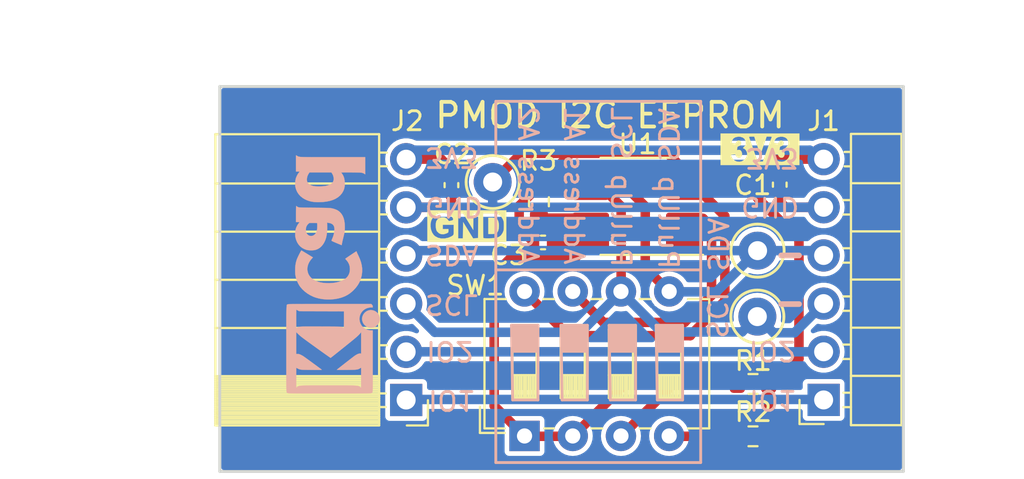
<source format=kicad_pcb>
(kicad_pcb (version 20221018) (generator pcbnew)
  (title_block (title "iCEBreaker PMOD - Hyperram") (rev "V1.0b") (company "1BitSquared") (comment 1 "2018 (C) 1BitSquared <info@1bitsquared.com>") (comment 2 "2018 (C) Piotr Esden-Tempski <piotr@esden.net>") (comment 3 "License: CC-BY-SA 4.0"))
  (layers (0 "F.Cu" signal) (31 "B.Cu" signal) (34 "B.Paste" user) (35 "F.Paste" user) (36 "B.SilkS" user "B.Silkscreen") (37 "F.SilkS" user "F.Silkscreen") (38 "B.Mask" user) (39 "F.Mask" user) (44 "Edge.Cuts" user))
  (net 0 "")
  (net 1 "GND")
  (net 2 "+3V3")
  (net 3 "Net-(R1-Pad2)")
  (net 4 "Net-(R2-Pad2)")
  (net 5 "Net-(R3-Pad1)")
  (net 6 "/SDA")
  (net 7 "/SCL")
  (net 8 "/IO2")
  (net 9 "/IO1")
  (net 10 "/A2")
  (net 11 "/A1")
  (footprint "Resistor_SMD:R_0603_1608Metric" (layer "F.Cu") (at 187.0909 81.13 180)
    (fp_text reference "R1" (at -0.0127 1.2144) (layer "F.SilkS"))
    (fp_text value "4.7K")
    (pad "1" smd roundrect (at -0.825 0 180) (size 0.8 0.95) (layers "F.Cu" "F.Paste" "F.Mask") (net 2 "+3V3"))
    (pad "2" smd roundrect (at 0.825 0 180) (size 0.8 0.95) (layers "F.Cu" "F.Paste" "F.Mask") (net 3 "Net-(R1-Pad2)"))
  )
  (footprint "Resistor_SMD:R_0603_1608Metric" (layer "F.Cu") (at 187.0909 83.8907 180)
    (fp_text reference "R2" (at -0.0127 1.2827) (layer "F.SilkS"))
    (fp_text value "4.7K")
    (pad "1" smd roundrect (at -0.825 0 180) (size 0.8 0.95) (layers "F.Cu" "F.Paste" "F.Mask") (net 2 "+3V3"))
    (pad "2" smd roundrect (at 0.825 0 180) (size 0.8 0.95) (layers "F.Cu" "F.Paste" "F.Mask") (net 4 "Net-(R2-Pad2)"))
  )
  (footprint "Package_SO:SOIC-8_3.9x4.9mm_P1.27mm" (layer "F.Cu") (at 181.0076 71.7622 180)
    (fp_text reference "U1" (at 0 3.2766 180) (layer "F.SilkS"))
    (fp_text value "M24M01-R")
    (pad "1" smd roundrect (at -2.475 -1.905 180) (size 1.95 0.6) (layers "F.Cu" "F.Paste" "F.Mask"))
    (pad "2" smd roundrect (at -2.475 -0.635 180) (size 1.95 0.6) (layers "F.Cu" "F.Paste" "F.Mask") (net 11 "/A1"))
    (pad "3" smd roundrect (at -2.475 0.635 180) (size 1.95 0.6) (layers "F.Cu" "F.Paste" "F.Mask") (net 10 "/A2"))
    (pad "4" smd roundrect (at -2.475 1.905 180) (size 1.95 0.6) (layers "F.Cu" "F.Paste" "F.Mask") (net 1 "GND"))
    (pad "5" smd roundrect (at 2.475 1.905 180) (size 1.95 0.6) (layers "F.Cu" "F.Paste" "F.Mask") (net 6 "/SDA"))
    (pad "6" smd roundrect (at 2.475 0.635 180) (size 1.95 0.6) (layers "F.Cu" "F.Paste" "F.Mask") (net 7 "/SCL"))
    (pad "7" smd roundrect (at 2.475 -0.635 180) (size 1.95 0.6) (layers "F.Cu" "F.Paste" "F.Mask") (net 5 "Net-(R3-Pad1)"))
    (pad "8" smd roundrect (at 2.475 -1.905 180) (size 1.95 0.6) (layers "F.Cu" "F.Paste" "F.Mask") (net 2 "+3V3"))
  )
  (footprint "Capacitor_SMD:C_0402_1005Metric" (layer "F.Cu") (at 176.0292 73.6672)
    (fp_text reference "C3" (at -1.8161 0.6731) (layer "F.SilkS"))
    (fp_text value "0.1uF")
    (pad "1" smd roundrect (at -0.48 0) (size 0.56 0.62) (layers "F.Cu" "F.Paste" "F.Mask") (net 1 "GND"))
    (pad "2" smd roundrect (at 0.48 0) (size 0.56 0.62) (layers "F.Cu" "F.Paste" "F.Mask") (net 2 "+3V3"))
  )
  (footprint "Button_Switch_THT:SW_DIP_SPSTx04_Slide_6.7x11.72mm_W7.62mm_P2.54mm_LowProfile" (layer "F.Cu") (at 175.05384 83.87292 90)
    (fp_text reference "SW1" (at 7.93496 -2.5908) (layer "F.SilkS"))
    (fp_text value "SW_DIP_x04")
    (pad "1" thru_hole rect locked (at 0 0 90) (size 1.6 1.6) (drill 0.8) (layers "*.Cu" "*.Mask") (net 2 "+3V3"))
    (pad "2" thru_hole oval locked (at 0 2.54 90) (size 1.6 1.6) (drill 0.8) (layers "*.Cu" "*.Mask") (net 2 "+3V3"))
    (pad "3" thru_hole oval locked (at 0 5.08 90) (size 1.6 1.6) (drill 0.8) (layers "*.Cu" "*.Mask") (net 3 "Net-(R1-Pad2)"))
    (pad "4" thru_hole oval locked (at 0 7.62 90) (size 1.6 1.6) (drill 0.8) (layers "*.Cu" "*.Mask") (net 4 "Net-(R2-Pad2)"))
    (pad "5" thru_hole oval locked (at 7.62 7.62 90) (size 1.6 1.6) (drill 0.8) (layers "*.Cu" "*.Mask") (net 6 "/SDA"))
    (pad "6" thru_hole oval locked (at 7.62 5.08 90) (size 1.6 1.6) (drill 0.8) (layers "*.Cu" "*.Mask") (net 7 "/SCL"))
    (pad "7" thru_hole oval locked (at 7.62 2.54 90) (size 1.6 1.6) (drill 0.8) (layers "*.Cu" "*.Mask") (net 11 "/A1"))
    (pad "8" thru_hole oval locked (at 7.62 0 90) (size 1.6 1.6) (drill 0.8) (layers "*.Cu" "*.Mask") (net 10 "/A2"))
  )
  (footprint "Resistor_SMD:R_0603_1608Metric" (layer "F.Cu") (at 175.8133 71.5209 90)
    (fp_text reference "R3" (at 2.159 -0.0254 180) (layer "F.SilkS"))
    (fp_text value "10K")
    (pad "1" smd roundrect (at -0.825 0 90) (size 0.8 0.95) (layers "F.Cu" "F.Paste" "F.Mask") (net 5 "Net-(R3-Pad1)"))
    (pad "2" smd roundrect (at 0.825 0 90) (size 0.8 0.95) (layers "F.Cu" "F.Paste" "F.Mask") (net 1 "GND"))
  )
  (footprint "FM4DD:JLCPCB_Order_Number_Placeholder" (layer "F.Cu") (at 165.6152 66.5044)
    (fp_text reference "Ref**" hide)
    (fp_text value "JLCPCB_Order_Number_Placeholder")
  )
  (footprint "Capacitor_SMD:C_0402_1005Metric" (layer "F.Cu") (at 171.2032 70.6446 -90)
    (fp_text reference "C2" (at -1.6256 -0.0508 180) (layer "F.SilkS"))
    (fp_text value "0.1uF")
    (pad "1" smd roundrect (at -0.48 0 270) (size 0.56 0.62) (layers "F.Cu" "F.Paste" "F.Mask") (net 2 "+3V3"))
    (pad "2" smd roundrect (at 0.48 0 270) (size 0.56 0.62) (layers "F.Cu" "F.Paste" "F.Mask") (net 1 "GND"))
  )
  (footprint "FM4DD:PMODPinSocket_1x06_P2.54mm_Horizontal" (layer "F.Cu") (at 168.8791 69.1841)
    (fp_text reference "J2" (at 0 -1.9177) (layer "F.SilkS"))
    (fp_text value "PMOD_01x06")
    (pad "1" thru_hole rect (at -0.0626 12.7928) (size 1.7 1.7) (drill 1) (layers "*.Cu" "*.Mask") (net 9 "/IO1"))
    (pad "2" thru_hole oval (at -0.0626 10.2528) (size 1.7 1.7) (drill 1) (layers "*.Cu" "*.Mask") (net 8 "/IO2"))
    (pad "3" thru_hole oval (at -0.0626 7.7128) (size 1.7 1.7) (drill 1) (layers "*.Cu" "*.Mask") (net 7 "/SCL"))
    (pad "4" thru_hole oval (at -0.0626 5.1728) (size 1.7 1.7) (drill 1) (layers "*.Cu" "*.Mask") (net 6 "/SDA"))
    (pad "5" thru_hole oval (at -0.0626 2.6328) (size 1.7 1.7) (drill 1) (layers "*.Cu" "*.Mask") (net 1 "GND"))
    (pad "6" thru_hole oval (at -0.0626 0.0928) (size 1.7 1.7) (drill 1) (layers "*.Cu" "*.Mask") (net 2 "+3V3"))
  )
  (footprint "TestPoint:TestPoint_Keystone_5000-5004_Miniature" (layer "F.Cu") (at 173.3749 70.4795)
    (fp_text reference "TP1" hide)
    (fp_text value "TestPoint")
    (pad "1" thru_hole circle (at 0 0) (size 2 2) (drill 1) (layers "*.Cu" "*.Mask") (net 1 "GND"))
  )
  (footprint "TestPoint:TestPoint_Keystone_5000-5004_Miniature" (layer "F.Cu") (at 187.3322 74.099)
    (fp_text reference "TP3" hide)
    (fp_text value "TestPoint")
    (pad "1" thru_hole circle (at 0 0) (size 2 2) (drill 1) (layers "*.Cu" "*.Mask") (net 6 "/SDA"))
  )
  (footprint "FM4DD:3V3_Label" (layer "F.Cu") (at 187.4592 68.7523)
    (fp_text reference "L2" hide)
    (fp_text value "3V3_Label" hide)
  )
  (footprint "FM4DD:GND_Label" (layer "F.Cu") (at 172.016 72.8036)
    (fp_text reference "L3" hide)
    (fp_text value "GND_Label" hide)
  )
  (footprint "FM4DD:PMOD_Header_1x06_P2.54mm_Horizontal" (layer "F.Cu") (at 190.812 69.273)
    (fp_text reference "J1" (at 0 -2.0066) (layer "F.SilkS"))
    (fp_text value "PMOD_01x06")
    (pad "1" thru_hole rect (at 0 12.7) (size 1.7 1.7) (drill 1) (layers "*.Cu" "*.Mask") (net 9 "/IO1"))
    (pad "2" thru_hole oval (at 0 10.16) (size 1.7 1.7) (drill 1) (layers "*.Cu" "*.Mask") (net 8 "/IO2"))
    (pad "3" thru_hole oval (at 0 7.62) (size 1.7 1.7) (drill 1) (layers "*.Cu" "*.Mask") (net 7 "/SCL"))
    (pad "4" thru_hole oval (at 0 5.08) (size 1.7 1.7) (drill 1) (layers "*.Cu" "*.Mask") (net 6 "/SDA"))
    (pad "5" thru_hole oval (at 0 2.54) (size 1.7 1.7) (drill 1) (layers "*.Cu" "*.Mask") (net 1 "GND"))
    (pad "6" thru_hole oval (at 0 0) (size 1.7 1.7) (drill 1) (layers "*.Cu" "*.Mask") (net 2 "+3V3"))
  )
  (footprint "Capacitor_SMD:C_0402_1005Metric" (layer "F.Cu") (at 188.5006 70.6192 -90)
    (fp_text reference "C1" (at 0.0254 1.4224 180) (layer "F.SilkS"))
    (fp_text value "0.1uF")
    (pad "1" smd roundrect (at -0.48 0 270) (size 0.56 0.62) (layers "F.Cu" "F.Paste" "F.Mask") (net 2 "+3V3"))
    (pad "2" smd roundrect (at 0.48 0 270) (size 0.56 0.62) (layers "F.Cu" "F.Paste" "F.Mask") (net 1 "GND"))
  )
  (footprint "TestPoint:TestPoint_Keystone_5000-5004_Miniature" (layer "F.Cu") (at 187.3195 77.5788)
    (fp_text reference "TP2" hide)
    (fp_text value "TestPoint")
    (pad "1" thru_hole circle (at 0 0) (size 2 2) (drill 1) (layers "*.Cu" "*.Mask") (net 7 "/SCL"))
  )
  (footprint "FM4DD:KiCad-Logo2_5mm_SilkScreen" (layer "B.Cu") (at 164.4468 75.3563 90)
    (fp_text reference "L1" hide)
    (fp_text value "Logo_KiCad_5mm" hide)
  )
  (gr_line (start 184.335 66.225) (end 173.54 66.225) (stroke (width 0.15)) (layer "B.SilkS"))
  (gr_line (start 173.54 85.275) (end 184.335 85.275) (stroke (width 0.15)) (layer "B.SilkS"))
  (gr_poly (pts (xy 183.3825 79.433) (xy 181.9855 79.433) (xy 181.9855 78.036) (xy 183.3825 78.036)) (stroke (width 0.1)) (fill solid) (layer "B.SilkS"))
  (gr_line (start 175.7625 81.973) (end 174.429 81.973) (stroke (width 0.15)) (layer "B.SilkS"))
  (gr_line (start 174.3655 78.036) (end 175.7625 78.036) (stroke (width 0.15)) (layer "B.SilkS"))
  (gr_line (start 181.9855 78.036) (end 183.3825 78.036) (stroke (width 0.15)) (layer "B.SilkS"))
  (gr_line (start 183.3825 78.036) (end 183.3825 81.973) (stroke (width 0.15)) (layer "B.SilkS"))
  (gr_line (start 181.9855 78.036) (end 182.049 81.973) (stroke (width 0.15)) (layer "B.SilkS"))
  (gr_line (start 183.3825 81.973) (end 182.049 81.973) (stroke (width 0.15)) (layer "B.SilkS"))
  (gr_line (start 188.5768 76.9184) (end 189.5166 76.9184) (stroke (width 0.3)) (layer "B.SilkS"))
  (gr_line (start 178.366 78.036) (end 178.366 81.973) (stroke (width 0.15)) (layer "B.SilkS"))
  (gr_line (start 176.969 78.036) (end 178.366 78.036) (stroke (width 0.15)) (layer "B.SilkS"))
  (gr_line (start 174.3655 78.036) (end 174.429 81.973) (stroke (width 0.15)) (layer "B.SilkS"))
  (gr_line (start 173.54 85.275) (end 173.54 72.0543) (stroke (width 0.15)) (layer "B.SilkS"))
  (gr_poly (pts (xy 178.366 79.433) (xy 176.969 79.433) (xy 176.969 78.036) (xy 178.366 78.036)) (stroke (width 0.1)) (fill solid) (layer "B.SilkS"))
  (gr_line (start 178.366 81.973) (end 177.0325 81.973) (stroke (width 0.15)) (layer "B.SilkS"))
  (gr_line (start 180.906 78.036) (end 180.906 81.973) (stroke (width 0.15)) (layer "B.SilkS"))
  (gr_line (start 173.54 75.115) (end 184.335 75.115) (stroke (width 0.15)) (layer "B.SilkS"))
  (gr_line (start 184.335 85.275) (end 184.335 66.225) (stroke (width 0.15)) (layer "B.SilkS"))
  (gr_line (start 188.5768 74.353) (end 189.5166 74.353) (stroke (width 0.3)) (layer "B.SilkS"))
  (gr_line (start 173.54 66.225) (end 173.54 68.9682) (stroke (width 0.15)) (layer "B.SilkS"))
  (gr_line (start 180.906 81.973) (end 179.5725 81.973) (stroke (width 0.15)) (layer "B.SilkS"))
  (gr_line (start 179.509 78.036) (end 179.5725 81.973) (stroke (width 0.15)) (layer "B.SilkS"))
  (gr_line (start 179.509 78.036) (end 180.906 78.036) (stroke (width 0.15)) (layer "B.SilkS"))
  (gr_line (start 176.969 78.036) (end 177.0325 81.973) (stroke (width 0.15)) (layer "B.SilkS"))
  (gr_poly (pts (xy 180.906 79.433) (xy 179.509 79.433) (xy 179.509 78.036) (xy 180.906 78.036)) (stroke (width 0.1)) (fill solid) (layer "B.SilkS"))
  (gr_poly (pts (xy 175.7625 79.433) (xy 174.3655 79.433) (xy 174.3655 78.036) (xy 175.7625 78.036)) (stroke (width 0.1)) (fill solid) (layer "B.SilkS"))
  (gr_line (start 175.7625 78.036) (end 175.7625 81.973) (stroke (width 0.15)) (layer "B.SilkS"))
  (gr_line (start 158.9978 65.4438) (end 195.0133 65.4438) (stroke (width 0.15)) (layer "Edge.Cuts"))
  (gr_line (start 195.0133 85.7438) (end 158.9978 85.7438) (stroke (width 0.15)) (layer "Edge.Cuts"))
  (gr_line (start 158.9978 85.7438) (end 158.9978 65.4438) (stroke (width 0.15)) (layer "Edge.Cuts"))
  (gr_line (start 195.0133 65.4438) (end 195.0133 85.7438) (stroke (width 0.15)) (layer "Edge.Cuts"))
  (gr_text "3V3" (at 188.1069 69.2095 180) (layer "B.SilkS") (effects (font (size 1 1)) (justify mirror)))
  (gr_text "IO1" (at 188.145 81.973 180) (layer "B.SilkS") (effects (font (size 1 1)) (justify mirror)))
  (gr_text "SCL" (at 171.2032 76.9311 180) (layer "B.SilkS") (effects (font (size 1 1)) (justify mirror)))
  (gr_text "IO2" (at 171.127 79.3949 180) (layer "B.SilkS") (effects (font (size 1 1)) (justify mirror)))
  (gr_text "IO1" (at 171.2286 81.9857 180) (layer "B.SilkS") (effects (font (size 1 1)) (justify mirror)))
  (gr_text "3V3" (at 171.2286 69.1714 180) (layer "B.SilkS") (effects (font (size 1 1)) (justify mirror)))
  (gr_text "PullUp SDA" (at 182.6205 70.8224 -90) (layer "B.SilkS") (effects (font (size 1 1)) (justify mirror)))
  (gr_text "PullUp SCL" (at 180.1313 70.7462 -90) (layer "B.SilkS") (effects (font (size 1 1)) (justify mirror)))
  (gr_text "Address A2" (at 175.2418 70.6573 -90) (layer "B.SilkS") (effects (font (size 1 1)) (justify mirror)))
  (gr_text "SCL" (at 185.1859 77.3375 -90) (layer "B.SilkS") (effects (font (size 1 1)) (justify mirror)))
  (gr_text "SDA" (at 171.2159 74.3149 180) (layer "B.SilkS") (effects (font (size 1 1)) (justify mirror)))
  (gr_text "GND" (at 171.3302 71.7876 180) (layer "B.SilkS") (effects (font (size 1 1)) (justify mirror)))
  (gr_text "SDA" (at 185.224 73.7815 -90) (layer "B.SilkS") (effects (font (size 1 1)) (justify mirror)))
  (gr_text "Address A1" (at 177.6548 70.6573 -90) (layer "B.SilkS") (effects (font (size 1 1)) (justify mirror)))
  (gr_text "GND" (at 187.9926 71.7876 180) (layer "B.SilkS") (effects (font (size 1 1)) (justify mirror)))
  (gr_text "IO2" (at 188.1196 79.3822 180) (layer "B.SilkS") (effects (font (size 1 1)) (justify mirror)))
  (gr_text "PMOD I2C EEPROM" (at 179.5598 66.9616) (layer "F.SilkS") (effects (font (size 1.3 1.3) (thickness 0.2))))
  (segment (start 174.7719 72.8899) (end 175.5492 73.6672) (width 0.5) (layer "F.Cu") (net 1))
  (segment (start 174.8862 68.9682) (end 173.3749 70.4795) (width 0.5) (layer "F.Cu") (net 1))
  (segment (start 171.2032 71.1246) (end 171.2032 71.7876) (width 0.5) (layer "F.Cu") (net 1))
  (segment (start 190.812 71.813) (end 188.8054 71.813) (width 0.5) (layer "F.Cu") (net 1))
  (segment (start 182.5936 68.9682) (end 177.4902 68.9682) (width 0.5) (layer "F.Cu") (net 1))
  (segment (start 188.8054 71.813) (end 188.5006 71.5082) (width 0.5) (layer "F.Cu") (net 1))
  (segment (start 175.7884 70.7208) (end 175.8133 70.6959) (width 0.5) (layer "F.Cu") (net 1))
  (segment (start 175.8133 70.6959) (end 174.7719 71.7373) (width 0.5) (layer "F.Cu") (net 1))
  (segment (start 190.558 71.813) (end 189.9614 71.813) (width 0.5) (layer "F.Cu") (net 1))
  (segment (start 177.4902 68.9682) (end 175.7244 70.734) (width 0.5) (layer "F.Cu") (net 1))
  (segment (start 168.8156 71.813) (end 171.1778 71.813) (width 0.5) (layer "F.Cu") (net 1))
  (segment (start 171.1778 71.813) (end 171.2032 71.7876) (width 0.42) (layer "F.Cu") (net 1))
  (segment (start 177.4902 68.9682) (end 174.8862 68.9682) (width 0.5) (layer "F.Cu") (net 1))
  (segment (start 174.7719 71.7373) (end 174.7719 72.8899) (width 0.5) (layer "F.Cu") (net 1))
  (segment (start 183.4826 69.8572) (end 182.5936 68.9682) (width 0.5) (layer "F.Cu") (net 1))
  (segment (start 188.5006 71.5082) (end 188.5006 71.0992) (width 0.5) (layer "F.Cu") (net 1))
  (segment (start 173.3749 70.4795) (end 173.3749 71.7622) (width 0.5) (layer "B.Cu") (net 1))
  (segment (start 173.3749 71.7622) (end 173.4257 71.813) (width 0.5) (layer "B.Cu") (net 1))
  (segment (start 190.812 71.813) (end 173.2479 71.813) (width 0.5) (layer "B.Cu") (net 1))
  (segment (start 173.2479 71.813) (end 173.4257 71.813) (width 0.5) (layer "B.Cu") (net 1))
  (segment (start 168.8156 71.813) (end 173.2479 71.813) (width 0.5) (layer "B.Cu") (net 1))
  (segment (start 174.2512 74.5562) (end 177.5928 74.5562) (width 0.5) (layer "F.Cu") (net 2))
  (segment (start 173.45364 82.28034) (end 173.45364 75.35376) (width 0.5) (layer "F.Cu") (net 2))
  (segment (start 175.064 83.8907) (end 177.604 83.8907) (width 0.5) (layer "F.Cu") (net 2))
  (segment (start 188.018 69.273) (end 188.7292 69.273) (width 0.5) (layer "F.Cu") (net 2))
  (segment (start 177.5928 74.5562) (end 177.6182 74.5816) (width 0.5) (layer "F.Cu") (net 2))
  (segment (start 181.28971 80.20499) (end 186.99089 80.20499) (width 0.5) (layer "F.Cu") (net 2))
  (segment (start 188.7292 69.273) (end 190.812 69.273) (width 0.5) (layer "F.Cu") (net 2))
  (segment (start 188.5006 70.1392) (end 188.5006 69.5016) (width 0.5) (layer "F.Cu") (net 2))
  (segment (start 189.511999 73.509562) (end 187.3322 71.329763) (width 0.5) (layer "F.Cu") (net 2))
  (segment (start 173.45364 82.28034) (end 175.064 83.8907) (width 0.5) (layer "F.Cu") (net 2))
  (segment (start 176.5092 73.6672) (end 178.5326 73.6672) (width 0.5) (layer "F.Cu") (net 2))
  (segment (start 187.9159 81.13) (end 187.9159 83.8907) (width 0.5) (layer "F.Cu") (net 2))
  (segment (start 174.2512 74.5562) (end 173.45364 75.35376) (width 0.5) (layer "F.Cu") (net 2))
  (segment (start 187.9159 81.0332) (end 187.8905 81.0078) (width 0.5) (layer "F.Cu") (net 2))
  (segment (start 187.3322 69.9588) (end 188.018 69.273) (width 0.5) (layer "F.Cu") (net 2))
  (segment (start 188.5006 69.5016) (end 188.7292 69.273) (width 0.5) (layer "F.Cu") (net 2))
  (segment (start 177.604 83.8907) (end 181.28971 80.20499) (width 0.5) (layer "F.Cu") (net 2))
  (segment (start 187.3322 71.2796) (end 187.3322 69.9588) (width 0.5) (layer "F.Cu") (net 2))
  (segment (start 178.5326 73.6672) (end 177.6182 74.5816) (width 0.5) (layer "F.Cu") (net 2))
  (segment (start 171.2032 70.1646) (end 171.2032 69.8064) (width 0.5) (layer "F.Cu") (net 2))
  (segment (start 171.2032 69.8064) (end 170.6698 69.273) (width 0.5) (layer "F.Cu") (net 2))
  (segment (start 187.3322 71.329763) (end 187.3322 71.2796) (width 0.5) (layer "F.Cu") (net 2))
  (segment (start 188.1699 81.13) (end 189.076701 80.223199) (width 0.5) (layer "F.Cu") (net 2))
  (segment (start 170.6698 69.273) (end 168.8156 69.273) (width 0.5) (layer "F.Cu") (net 2))
  (segment (start 189.094701 80.223199) (end 189.511999 79.805901) (width 0.5) (layer "F.Cu") (net 2))
  (segment (start 186.99089 80.20499) (end 187.9159 81.13) (width 0.5) (layer "F.Cu") (net 2))
  (segment (start 189.511999 79.805901) (end 189.511999 73.509562) (width 0.5) (layer "F.Cu") (net 2))
  (segment (start 168.8156 69.273) (end 169.2855 68.8031) (width 0.5) (layer "B.Cu") (net 2))
  (segment (start 190.558 69.273) (end 190.0881 68.8031) (width 0.5) (layer "B.Cu") (net 2))
  (segment (start 168.8156 69.273) (end 168.817801 69.270799) (width 0.5) (layer "B.Cu") (net 2))
  (segment (start 190.812 69.273) (end 190.558 69.273) (width 0.5) (layer "B.Cu") (net 2))
  (segment (start 190.555799 69.270799) (end 190.558 69.273) (width 0.5) (layer "B.Cu") (net 2))
  (segment (start 169.2855 68.8031) (end 190.0881 68.8031) (width 0.5) (layer "B.Cu") (net 2))
  (segment (start 182.9126 81.1221) (end 186.258 81.1221) (width 0.5) (layer "F.Cu") (net 3))
  (segment (start 186.258 81.1221) (end 186.2659 81.13) (width 0.5) (layer "F.Cu") (net 3))
  (segment (start 180.144 83.8907) (end 182.9126 81.1221) (width 0.5) (layer "F.Cu") (net 3))
  (segment (start 182.684 83.8907) (end 186.2659 83.8907) (width 0.5) (layer "F.Cu") (net 4))
  (segment (start 178.5326 72.3972) (end 177.5576 72.3972) (width 0.5) (layer "F.Cu") (net 5))
  (segment (start 175.7244 72.384) (end 178.5194 72.384) (width 0.5) (layer "F.Cu") (net 5))
  (segment (start 178.5194 72.384) (end 178.5326 72.3972) (width 0.5) (layer "F.Cu") (net 5))
  (segment (start 181.414 75.0007) (end 182.684 76.2707) (width 0.5) (layer "F.Cu") (net 6))
  (segment (start 181.414 71.7636) (end 181.414 75.0007) (width 0.5) (layer "F.Cu") (net 6))
  (segment (start 178.5326 69.8572) (end 179.5076 69.8572) (width 0.5) (layer "F.Cu") (net 6))
  (segment (start 179.5076 69.8572) (end 181.414 71.7636) (width 0.5) (layer "F.Cu") (net 6))
  (segment (start 190.304 74.099) (end 190.558 74.353) (width 0.5) (layer "B.Cu") (net 6))
  (segment (start 190.5453 74.3403) (end 190.558 74.353) (width 0.5) (layer "B.Cu") (net 6))
  (segment (start 190.5326 74.3276) (end 190.558 74.353) (width 0.5) (layer "B.Cu") (net 6))
  (segment (start 187.3322 74.099) (end 190.558 74.099) (width 0.5) (layer "B.Cu") (net 6))
  (segment (start 182.684 76.2707) (end 185.1605 76.2707) (width 0.5) (layer "B.Cu") (net 6))
  (segment (start 182.684 76.2707) (end 182.7602 76.2707) (width 0.5) (layer "B.Cu") (net 6))
  (segment (start 190.558 74.099) (end 190.812 74.353) (width 0.5) (layer "B.Cu") (net 6))
  (segment (start 185.1605 76.2707) (end 187.3322 74.099) (width 0.5) (layer "B.Cu") (net 6))
  (segment (start 187.3322 74.099) (end 169.0744 74.099) (width 0.5) (layer "B.Cu") (net 6))
  (segment (start 169.0744 74.099) (end 168.8165 74.3569) (width 0.5) (layer "B.Cu") (net 6))
  (segment (start 180.144 76.2707) (end 180.144 71.7636) (width 0.5) (layer "F.Cu") (net 7))
  (segment (start 179.5076 71.1272) (end 178.5326 71.1272) (width 0.5) (layer "F.Cu") (net 7))
  (segment (start 180.144 71.7636) (end 179.5076 71.1272) (width 0.5) (layer "F.Cu") (net 7))
  (segment (start 170.3239 78.4043) (end 178.0104 78.4043) (width 0.5) (layer "B.Cu") (net 7))
  (segment (start 182.261599 78.388299) (end 180.144 76.2707) (width 0.5) (layer "B.Cu") (net 7))
  (segment (start 188.1704 78.4297) (end 187.3195 77.5788) (width 0.5) (layer "B.Cu") (net 7))
  (segment (start 182.261599 78.388299) (end 186.510001 78.388299) (width 0.5) (layer "B.Cu") (net 7))
  (segment (start 189.2753 78.4297) (end 188.1704 78.4297) (width 0.5) (layer "B.Cu") (net 7))
  (segment (start 178.0104 78.4043) (end 180.144 76.2707) (width 0.5) (layer "B.Cu") (net 7))
  (segment (start 189.2753 78.4297) (end 190.812 76.893) (width 0.5) (layer "B.Cu") (net 7))
  (segment (start 186.510001 78.388299) (end 187.3195 77.5788) (width 0.5) (layer "B.Cu") (net 7))
  (segment (start 168.8165 76.8969) (end 170.3239 78.4043) (width 0.5) (layer "B.Cu") (net 7))
  (segment (start 190.558 79.433) (end 190.3294 79.433) (width 0.5) (layer "B.Cu") (net 8))
  (segment (start 190.5326 79.4076) (end 190.558 79.433) (width 0.5) (layer "B.Cu") (net 8))
  (segment (start 168.8156 79.433) (end 168.8156 79.4457) (width 0.5) (layer "B.Cu") (net 8))
  (segment (start 168.8204 79.433) (end 168.8165 79.4369) (width 0.5) (layer "B.Cu") (net 8))
  (segment (start 190.812 79.433) (end 168.8204 79.433) (width 0.5) (layer "B.Cu") (net 8))
  (segment (start 168.8156 81.9476) (end 190.5326 81.9476) (width 0.5) (layer "B.Cu") (net 9))
  (segment (start 190.5326 81.9476) (end 190.558 81.973) (width 0.5) (layer "B.Cu") (net 9))
  (segment (start 185.60762 72.27722) (end 185.60762 76.747045) (width 0.5) (layer "F.Cu") (net 10))
  (segment (start 185.60762 76.747045) (end 183.78739 78.567275) (width 0.5) (layer "F.Cu") (net 10))
  (segment (start 183.78739 78.567275) (end 183.78739 78.58361) (width 0.5) (layer "F.Cu") (net 10))
  (segment (start 183.78739 78.58361) (end 177.37691 78.58361) (width 0.5) (layer "F.Cu") (net 10))
  (segment (start 183.4826 71.1272) (end 184.4576 71.1272) (width 0.5) (layer "F.Cu") (net 10))
  (segment (start 184.4576 71.1272) (end 185.60762 72.27722) (width 0.5) (layer "F.Cu") (net 10))
  (segment (start 177.37691 78.58361) (end 175.064 76.2707) (width 0.5) (layer "F.Cu") (net 10))
  (segment (start 184.90761 72.84721) (end 184.90761 76.457092) (width 0.5) (layer "F.Cu") (net 11))
  (segment (start 183.4826 72.3972) (end 184.4576 72.3972) (width 0.5) (layer "F.Cu") (net 11))
  (segment (start 184.90761 76.457092) (end 183.481102 77.8836) (width 0.5) (layer "F.Cu") (net 11))
  (segment (start 184.4576 72.3972) (end 184.90761 72.84721) (width 0.5) (layer "F.Cu") (net 11))
  (segment (start 183.481102 77.8836) (end 179.2169 77.8836) (width 0.5) (layer "F.Cu") (net 11))
  (segment (start 179.2169 77.8836) (end 177.604 76.2707) (width 0.5) (layer "F.Cu") (net 11))
  (zone (net 0) (net_name "") (layer "B.Cu") (connect_pads (clearance 0.25)) (min_thickness 0.254) (fill yes (thermal_gap 0.508) (thermal_bridge_width 0.508))
    (polygon (pts (xy 197.66492 65.1836) (xy 197.66492 86.08272) (xy 156.268 86.164) (xy 156.268 65.17852)))
  )
)
</source>
